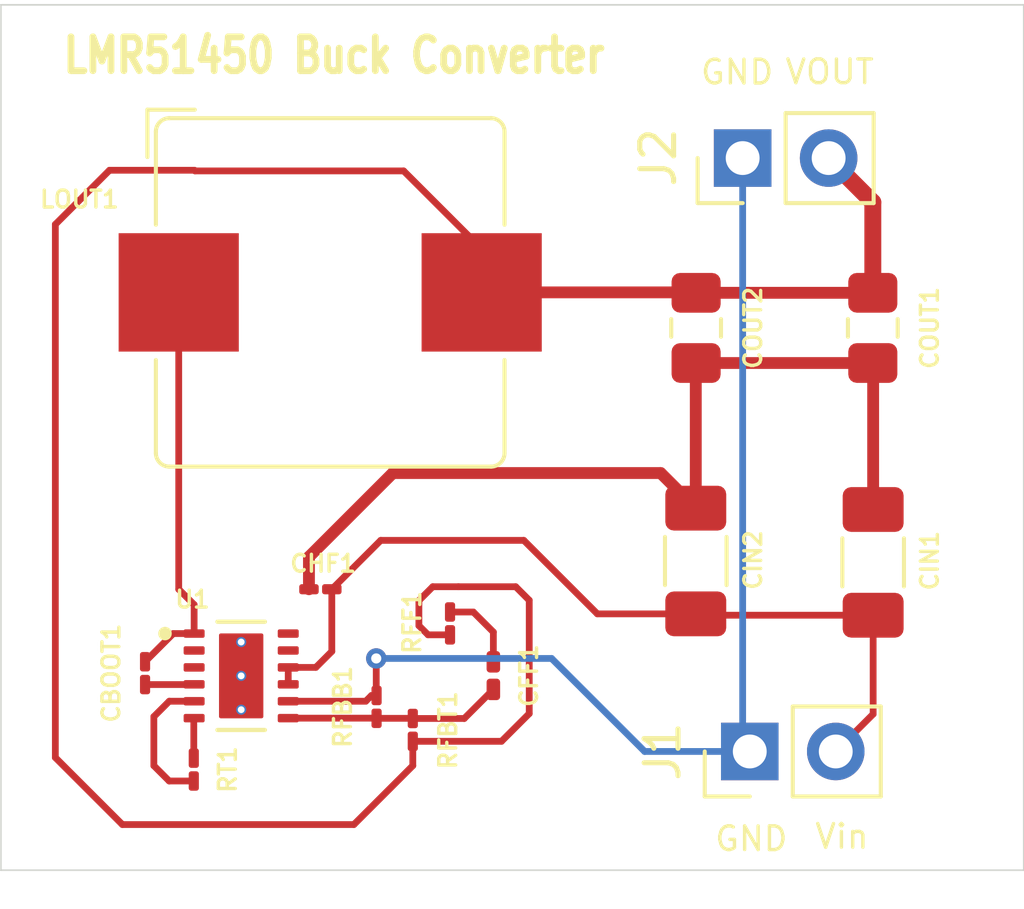
<source format=kicad_pcb>
(kicad_pcb (version 20240108) (generator "pcbnew") (generator_version "8.0")
  (layers (0 "F.Cu" signal) (31 "B.Cu" signal) (34 "B.Paste" user) (35 "F.Paste" user) (36 "B.SilkS" user "B.Silkscreen") (37 "F.SilkS" user "F.Silkscreen") (38 "B.Mask" user) (39 "F.Mask" user) (44 "Edge.Cuts" user))
  (net 0 "")
  (net 1 "Net-(U1-SW)")
  (net 2 "Net-(U1-BOOT)")
  (net 3 "Net-(U1-FB)")
  (net 4 "Net-(CFF1-Pad1)")
  (net 5 "/Vin (10-35V)")
  (net 6 "GNDPWR")
  (net 7 "/7.6V @ 4A")
  (net 8 "GND")
  (net 9 "Net-(U1-RT)")
  (footprint "Converter_DCDC:CONV_LMR51450SDRRR" (layer "F.Cu") (at 142.06 69.155)
    (property "Reference" "U1" (at -1.44 -2.26 0) (layer "F.SilkS") (effects (font (size 0.5 0.5) (thickness 0.1))))
    (property "Value" "LMR51450SDRRR")
    (fp_line (start -0.7 -1.6) (end 0.7 -1.6) (stroke (width 0.127)) (layer "F.SilkS"))
    (fp_line (start -0.7 1.6) (end 0.7 1.6) (stroke (width 0.127)) (layer "F.SilkS"))
    (fp_circle (center -2.25 -1.25) (end -2.15 -1.25) (stroke (width 0.2)) (fill none) (layer "F.SilkS"))
    (pad "1" smd roundrect (at -1.39 -1.25) (size 0.62 0.25) (layers "F.Cu" "F.Paste") (roundrect_rratio 0.2) (net 1 "Net-(U1-SW)"))
    (pad "2" smd roundrect (at -1.39 -0.75) (size 0.62 0.25) (layers "F.Cu" "F.Paste") (roundrect_rratio 0.2))
    (pad "3" smd roundrect (at -1.39 -0.25) (size 0.62 0.25) (layers "F.Cu" "F.Paste") (roundrect_rratio 0.2))
    (pad "4" smd roundrect (at -1.39 0.25) (size 0.62 0.25) (layers "F.Cu" "F.Paste") (roundrect_rratio 0.2) (net 2 "Net-(U1-BOOT)"))
    (pad "5" smd roundrect (at -1.39 0.75) (size 0.62 0.25) (layers "F.Cu" "F.Paste") (roundrect_rratio 0.2) (net 8 "GND"))
    (pad "6" smd roundrect (at -1.39 1.25) (size 0.62 0.25) (layers "F.Cu" "F.Paste") (roundrect_rratio 0.2) (net 9 "Net-(U1-RT)"))
    (pad "7" smd roundrect (at 1.39 1.25) (size 0.62 0.25) (layers "F.Cu" "F.Paste") (roundrect_rratio 0.2) (net 3 "Net-(U1-FB)"))
    (pad "8" smd roundrect (at 1.39 0.75) (size 0.62 0.25) (layers "F.Cu" "F.Paste") (roundrect_rratio 0.2) (net 8 "GND"))
    (pad "9" smd roundrect (at 1.39 0.25) (size 0.62 0.25) (layers "F.Cu" "F.Paste") (roundrect_rratio 0.2) (net 5 "/Vin (10-35V)"))
    (pad "10" smd roundrect (at 1.39 -0.25) (size 0.62 0.25) (layers "F.Cu" "F.Paste") (roundrect_rratio 0.2) (net 5 "/Vin (10-35V)"))
    (pad "11" smd roundrect (at 1.39 -0.75) (size 0.62 0.25) (layers "F.Cu" "F.Paste") (roundrect_rratio 0.2))
    (pad "12" smd roundrect (at 1.39 -1.25) (size 0.62 0.25) (layers "F.Cu" "F.Paste") (roundrect_rratio 0.2))
    (pad "13" smd custom (at 0 0) (size 0.5 0.5) (layers "F.Cu") (net 6 "GNDPWR") (options (clearance outline) (anchor rect)) (primitives (gr_poly (pts (xy -0.65 -1.2) (xy -0.65 1.2) (xy -0.65 1.203) (xy -0.65 1.205) (xy -0.649 1.208) (xy -0.649 1.21) (xy -0.648 1.213) (xy -0.648 1.215) (xy -0.647 1.218) (xy -0.646 1.22) (xy -0.645 1.223) (xy -0.643 1.225) (xy -0.642 1.227) (xy -0.64 1.229) (xy -0.639 1.231) (xy -0.637 1.233) (xy -0.635 1.235) (xy -0.633 1.237) (xy -0.631 1.239) (xy -0.629 1.24) (xy -0.627 1.242) (xy -0.625 1.243) (xy -0.623 1.245) (xy -0.62 1.246) (xy -0.618 1.247) (xy -0.615 1.248) (xy -0.613 1.248) (xy -0.61 1.249) (xy -0.608 1.249) (xy -0.605 1.25) (xy -0.603 1.25) (xy -0.6 1.25) (xy 0.6 1.25) (xy 0.603 1.25) (xy 0.605 1.25) (xy 0.608 1.249) (xy 0.61 1.249) (xy 0.613 1.248) (xy 0.615 1.248) (xy 0.618 1.247) (xy 0.62 1.246) (xy 0.623 1.245) (xy 0.625 1.243) (xy 0.627 1.242) (xy 0.629 1.24) (xy 0.631 1.239) (xy 0.633 1.237) (xy 0.635 1.235) (xy 0.637 1.233) (xy 0.639 1.231) (xy 0.64 1.229) (xy 0.642 1.227) (xy 0.643 1.225) (xy 0.645 1.223) (xy 0.646 1.22) (xy 0.647 1.218) (xy 0.648 1.215) (xy 0.648 1.213) (xy 0.649 1.21) (xy 0.649 1.208) (xy 0.65 1.205) (xy 0.65 1.203) (xy 0.65 1.2) (xy 0.65 -1.2) (xy 0.65 -1.203) (xy 0.65 -1.205) (xy 0.649 -1.208) (xy 0.649 -1.21) (xy 0.648 -1.213) (xy 0.648 -1.215) (xy 0.647 -1.218) (xy 0.646 -1.22) (xy 0.645 -1.223) (xy 0.643 -1.225) (xy 0.642 -1.227) (xy 0.64 -1.229) (xy 0.639 -1.231) (xy 0.637 -1.233) (xy 0.635 -1.235) (xy 0.633 -1.237) (xy 0.631 -1.239) (xy 0.629 -1.24) (xy 0.627 -1.242) (xy 0.625 -1.243) (xy 0.623 -1.245) (xy 0.62 -1.246) (xy 0.618 -1.247) (xy 0.615 -1.248) (xy 0.613 -1.248) (xy 0.61 -1.249) (xy 0.608 -1.249) (xy 0.605 -1.25) (xy 0.603 -1.25) (xy 0.6 -1.25) (xy -0.6 -1.25) (xy -0.603 -1.25) (xy -0.605 -1.25) (xy -0.608 -1.249) (xy -0.61 -1.249) (xy -0.613 -1.248) (xy -0.615 -1.248) (xy -0.618 -1.247) (xy -0.62 -1.246) (xy -0.623 -1.245) (xy -0.625 -1.243) (xy -0.627 -1.242) (xy -0.629 -1.24) (xy -0.631 -1.239) (xy -0.633 -1.237) (xy -0.635 -1.235) (xy -0.637 -1.233) (xy -0.639 -1.231) (xy -0.64 -1.229) (xy -0.642 -1.227) (xy -0.643 -1.225) (xy -0.645 -1.223) (xy -0.646 -1.22) (xy -0.647 -1.218) (xy -0.648 -1.215) (xy -0.648 -1.213) (xy -0.649 -1.21) (xy -0.649 -1.208) (xy -0.65 -1.205) (xy -0.65 -1.203) (xy -0.65 -1.2)) (width 0.01) (fill yes))))
    (pad "14" thru_hole circle (at 0 -1) (size 0.3 0.3) (drill 0.2) (layers "*.Cu"))
    (pad "15" thru_hole circle (at 0 0) (size 0.3 0.3) (drill 0.2) (layers "*.Cu"))
    (pad "16" thru_hole circle (at 0 1) (size 0.3 0.3) (drill 0.2) (layers "*.Cu"))
  )
  (footprint "Capacitor_SMD:C_0805_2012Metric_Pad1.18x1.45mm_HandSolder" (layer "F.Cu") (at 160.72 58.87 -90)
    (property "Reference" "COUT1" (at 0 -1.68 90) (layer "F.SilkS") (effects (font (size 0.5 0.5) (thickness 0.1))))
    (property "Value" "22u")
    (fp_line (start -0.261252 0.735) (end 0.261252 0.735) (stroke (width 0.12)) (layer "F.SilkS"))
    (fp_line (start -0.261252 -0.735) (end 0.261252 -0.735) (stroke (width 0.12)) (layer "F.SilkS"))
    (pad "1" smd roundrect (at -1.0375 0 270) (size 1.175 1.45) (layers "F.Cu" "F.Paste" "F.Mask") (roundrect_rratio 0.212766) (net 7 "/7.6V @ 4A"))
    (pad "2" smd roundrect (at 1.0375 0 270) (size 1.175 1.45) (layers "F.Cu" "F.Paste" "F.Mask") (roundrect_rratio 0.212766) (net 6 "GNDPWR"))
  )
  (footprint "Resistor_SMD:R_01005_0402Metric_Pad0.57x0.30mm_HandSolder" (layer "F.Cu") (at 147.13 70.7525 90)
    (property "Reference" "RFBT1" (at -0.01 1.04 270) (layer "F.SilkS") (effects (font (size 0.5 0.5) (thickness 0.1))))
    (property "Value" "100k")
    (pad "1" smd roundrect (at -0.3375 0 90) (size 0.575 0.3) (layers "F.Cu" "F.Mask") (net 7 "/7.6V @ 4A"))
    (pad "2" smd roundrect (at 0.3375 0 90) (size 0.575 0.3) (layers "F.Cu" "F.Mask") (net 3 "Net-(U1-FB)"))
  )
  (footprint "Connector_PinHeader_2.54mm:PinHeader_1x02_P2.54mm_Vertical" (layer "F.Cu") (at 157.085 71.39 90)
    (property "Reference" "J1" (at 0 -2.575 270) (layer "F.SilkS"))
    (property "Value" "Conn_01x02")
    (fp_line (start -1.33 -1.33) (end 0 -1.33) (stroke (width 0.12)) (layer "F.SilkS"))
    (fp_line (start -1.33 0) (end -1.33 -1.33) (stroke (width 0.12)) (layer "F.SilkS"))
    (fp_line (start 1.33 1.27) (end 1.33 3.87) (stroke (width 0.12)) (layer "F.SilkS"))
    (fp_line (start -1.33 1.27) (end 1.33 1.27) (stroke (width 0.12)) (layer "F.SilkS"))
    (fp_line (start -1.33 1.27) (end -1.33 3.87) (stroke (width 0.12)) (layer "F.SilkS"))
    (fp_line (start -1.33 3.87) (end 1.33 3.87) (stroke (width 0.12)) (layer "F.SilkS"))
    (pad "1" thru_hole rect (at 0 0 90) (size 1.7 1.7) (drill 1) (layers "*.Cu" "*.Mask") (net 8 "GND"))
    (pad "2" thru_hole oval (at 0 2.54 90) (size 1.7 1.7) (drill 1) (layers "*.Cu" "*.Mask") (net 5 "/Vin (10-35V)"))
  )
  (footprint "Inductor_SMD:L_Bourns_SRP1038C_10.0x10.0mm" (layer "F.Cu") (at 144.69 57.82)
    (property "Reference" "LOUT1" (at -7.41 -2.75 0) (layer "F.SilkS") (effects (font (size 0.5 0.5) (thickness 0.1))))
    (property "Value" "8.2u")
    (fp_line (start -5.4 -5.4) (end -5.4 -4) (stroke (width 0.12)) (layer "F.SilkS"))
    (fp_line (start -5.4 -5.4) (end -4 -5.4) (stroke (width 0.12)) (layer "F.SilkS"))
    (fp_line (start -5.15 -4.75) (end -5.15 -2) (stroke (width 0.12)) (layer "F.SilkS"))
    (fp_line (start -5.15 2) (end -5.15 4.75) (stroke (width 0.12)) (layer "F.SilkS"))
    (fp_line (start -4.75 -5.15) (end 4.75 -5.15) (stroke (width 0.12)) (layer "F.SilkS"))
    (fp_line (start 4.75 5.15) (end -4.75 5.15) (stroke (width 0.12)) (layer "F.SilkS"))
    (fp_line (start 5.15 -4.75) (end 5.15 -2) (stroke (width 0.12)) (layer "F.SilkS"))
    (fp_line (start 5.15 2) (end 5.15 4.75) (stroke (width 0.12)) (layer "F.SilkS"))
    (fp_arc (start -5.15 -4.75) (mid -5.032843 -5.032843) (end -4.75 -5.15) (stroke (width 0.12)) (layer "F.SilkS"))
    (fp_arc (start -4.75 5.15) (mid -5.032843 5.032843) (end -5.15 4.75) (stroke (width 0.12)) (layer "F.SilkS"))
    (fp_arc (start 4.75 -5.15) (mid 5.032843 -5.032843) (end 5.15 -4.75) (stroke (width 0.12)) (layer "F.SilkS"))
    (fp_arc (start 5.15 4.75) (mid 5.032843 5.032843) (end 4.75 5.15) (stroke (width 0.12)) (layer "F.SilkS"))
    (pad "1" smd rect (at -4.475 0) (size 3.55 3.5) (layers "F.Cu" "F.Paste" "F.Mask") (net 1 "Net-(U1-SW)"))
    (pad "2" smd rect (at 4.475 0) (size 3.55 3.5) (layers "F.Cu" "F.Paste" "F.Mask") (net 7 "/7.6V @ 4A"))
  )
  (footprint "Connector_PinHeader_2.54mm:PinHeader_1x02_P2.54mm_Vertical" (layer "F.Cu") (at 156.875 53.85 90)
    (property "Reference" "J2" (at 0.02 -2.495 270) (layer "F.SilkS"))
    (property "Value" "Conn_01x02")
    (fp_line (start -1.33 -1.33) (end 0 -1.33) (stroke (width 0.12)) (layer "F.SilkS"))
    (fp_line (start -1.33 0) (end -1.33 -1.33) (stroke (width 0.12)) (layer "F.SilkS"))
    (fp_line (start 1.33 1.27) (end 1.33 3.87) (stroke (width 0.12)) (layer "F.SilkS"))
    (fp_line (start -1.33 1.27) (end 1.33 1.27) (stroke (width 0.12)) (layer "F.SilkS"))
    (fp_line (start -1.33 1.27) (end -1.33 3.87) (stroke (width 0.12)) (layer "F.SilkS"))
    (fp_line (start -1.33 3.87) (end 1.33 3.87) (stroke (width 0.12)) (layer "F.SilkS"))
    (pad "1" thru_hole rect (at 0 0 90) (size 1.7 1.7) (drill 1) (layers "*.Cu" "*.Mask") (net 8 "GND"))
    (pad "2" thru_hole oval (at 0 2.54 90) (size 1.7 1.7) (drill 1) (layers "*.Cu" "*.Mask") (net 7 "/7.6V @ 4A"))
  )
  (footprint "Capacitor_SMD:C_0805_2012Metric_Pad1.18x1.45mm_HandSolder" (layer "F.Cu") (at 155.5 58.87 -90)
    (property "Reference" "COUT2" (at 0 -1.68 90) (layer "F.SilkS") (effects (font (size 0.5 0.5) (thickness 0.1))))
    (property "Value" "22u")
    (fp_line (start -0.261252 0.735) (end 0.261252 0.735) (stroke (width 0.12)) (layer "F.SilkS"))
    (fp_line (start -0.261252 -0.735) (end 0.261252 -0.735) (stroke (width 0.12)) (layer "F.SilkS"))
    (pad "1" smd roundrect (at -1.0375 0 270) (size 1.175 1.45) (layers "F.Cu" "F.Paste" "F.Mask") (roundrect_rratio 0.212766) (net 7 "/7.6V @ 4A"))
    (pad "2" smd roundrect (at 1.0375 0 270) (size 1.175 1.45) (layers "F.Cu" "F.Paste" "F.Mask") (roundrect_rratio 0.212766) (net 6 "GNDPWR"))
  )
  (footprint "Capacitor_SMD:C_0201_0603Metric_Pad0.64x0.40mm_HandSolder" (layer "F.Cu") (at 149.51 69.1475 -90)
    (property "Reference" "CFF1" (at 0 -1.05 -90) (layer "F.SilkS") (effects (font (size 0.5 0.5) (thickness 0.1))))
    (property "Value" "33p")
    (pad "1" smd roundrect (at -0.4075 0 270) (size 0.635 0.4) (layers "F.Cu" "F.Mask") (net 4 "Net-(CFF1-Pad1)"))
    (pad "2" smd roundrect (at 0.4075 0 270) (size 0.635 0.4) (layers "F.Cu" "F.Mask") (net 3 "Net-(U1-FB)"))
  )
  (footprint "Capacitor_SMD:C_1206_3216Metric_Pad1.33x1.80mm_HandSolder" (layer "F.Cu") (at 155.49 65.76 90)
    (property "Reference" "CIN2" (at 0.03 1.69 270) (layer "F.SilkS") (effects (font (size 0.5 0.5) (thickness 0.1))))
    (property "Value" "4.7u 50V")
    (fp_line (start -0.711252 -0.91) (end 0.711252 -0.91) (stroke (width 0.12)) (layer "F.SilkS"))
    (fp_line (start -0.711252 0.91) (end 0.711252 0.91) (stroke (width 0.12)) (layer "F.SilkS"))
    (pad "1" smd roundrect (at -1.5625 0 90) (size 1.325 1.8) (layers "F.Cu" "F.Paste" "F.Mask") (roundrect_rratio 0.188679) (net 5 "/Vin (10-35V)"))
    (pad "2" smd roundrect (at 1.5625 0 90) (size 1.325 1.8) (layers "F.Cu" "F.Paste" "F.Mask") (roundrect_rratio 0.188679) (net 6 "GNDPWR"))
  )
  (footprint "Resistor_SMD:R_01005_0402Metric_Pad0.57x0.30mm_HandSolder" (layer "F.Cu") (at 146.06 70.0725 90)
    (property "Reference" "RFBB1" (at 0 -1 270) (layer "F.SilkS") (effects (font (size 0.5 0.5) (thickness 0.1))))
    (property "Value" "11.7k")
    (pad "1" smd roundrect (at -0.3375 0 90) (size 0.575 0.3) (layers "F.Cu" "F.Mask") (net 3 "Net-(U1-FB)"))
    (pad "2" smd roundrect (at 0.3375 0 90) (size 0.575 0.3) (layers "F.Cu" "F.Mask") (net 8 "GND"))
  )
  (footprint "Capacitor_SMD:C_1206_3216Metric_Pad1.33x1.80mm_HandSolder" (layer "F.Cu") (at 160.73 65.8 90)
    (property "Reference" "CIN1" (at 0.05 1.67 270) (layer "F.SilkS") (effects (font (size 0.5 0.5) (thickness 0.1))))
    (property "Value" "4.7u 50V")
    (fp_line (start -0.711252 -0.91) (end 0.711252 -0.91) (stroke (width 0.12)) (layer "F.SilkS"))
    (fp_line (start -0.711252 0.91) (end 0.711252 0.91) (stroke (width 0.12)) (layer "F.SilkS"))
    (pad "1" smd roundrect (at -1.5625 0 90) (size 1.325 1.8) (layers "F.Cu" "F.Paste" "F.Mask") (roundrect_rratio 0.188679) (net 5 "/Vin (10-35V)"))
    (pad "2" smd roundrect (at 1.5625 0 90) (size 1.325 1.8) (layers "F.Cu" "F.Paste" "F.Mask") (roundrect_rratio 0.188679) (net 6 "GNDPWR"))
  )
  (footprint "Resistor_SMD:R_01005_0402Metric_Pad0.57x0.30mm_HandSolder" (layer "F.Cu") (at 140.66 71.925 -90)
    (property "Reference" "RT1" (at 0 -1 90) (layer "F.SilkS") (effects (font (size 0.5 0.5) (thickness 0.1))))
    (property "Value" "0R")
    (pad "1" smd roundrect (at -0.3375 0 270) (size 0.575 0.3) (layers "F.Cu" "F.Mask") (net 9 "Net-(U1-RT)"))
    (pad "2" smd roundrect (at 0.3375 0 270) (size 0.575 0.3) (layers "F.Cu" "F.Mask") (net 8 "GND"))
  )
  (footprint "Capacitor_SMD:C_01005_0402Metric_Pad0.57x0.30mm_HandSolder" (layer "F.Cu") (at 144.4 66.595 180)
    (property "Reference" "CHF1" (at -0.08 0.76 180) (layer "F.SilkS") (effects (font (size 0.5 0.5) (thickness 0.1))))
    (property "Value" "0.1u")
    (pad "1" smd roundrect (at -0.3375 0 180) (size 0.575 0.3) (layers "F.Cu" "F.Mask") (net 5 "/Vin (10-35V)"))
    (pad "2" smd roundrect (at 0.3375 0 180) (size 0.575 0.3) (layers "F.Cu" "F.Mask") (net 6 "GNDPWR"))
  )
  (footprint "Resistor_SMD:R_01005_0402Metric_Pad0.57x0.30mm_HandSolder" (layer "F.Cu") (at 148.23 67.605 90)
    (property "Reference" "RFF1" (at 0.025 -1.12 270) (layer "F.SilkS") (effects (font (size 0.5 0.5) (thickness 0.1))))
    (property "Value" "1k")
    (pad "1" smd roundrect (at -0.3375 0 90) (size 0.575 0.3) (layers "F.Cu" "F.Mask") (net 7 "/7.6V @ 4A"))
    (pad "2" smd roundrect (at 0.3375 0 90) (size 0.575 0.3) (layers "F.Cu" "F.Mask") (net 4 "Net-(CFF1-Pad1)"))
  )
  (footprint "Capacitor_SMD:C_01005_0402Metric_Pad0.57x0.30mm_HandSolder" (layer "F.Cu") (at 139.22 69.075 90)
    (property "Reference" "CBOOT1" (at 0 -1 270) (layer "F.SilkS") (effects (font (size 0.5 0.5) (thickness 0.1))))
    (property "Value" "0.1u 16V")
    (pad "1" smd roundrect (at -0.3375 0 90) (size 0.575 0.3) (layers "F.Cu" "F.Mask") (net 2 "Net-(U1-BOOT)"))
    (pad "2" smd roundrect (at 0.3375 0 90) (size 0.575 0.3) (layers "F.Cu" "F.Mask") (net 1 "Net-(U1-SW)"))
  )
  (gr_rect (start 134.96 49.32) (end 165.18 74.9) (stroke (width 0.05)) (fill none) (layer "Edge.Cuts"))
  (gr_text "GND" (at 156 74.38 0) (layer "F.SilkS") (effects (font (size 0.7 0.7) (thickness 0.1)) (justify left bottom)))
  (gr_text "VOUT" (at 158.08 51.71 0) (layer "F.SilkS") (effects (font (size 0.7 0.7) (thickness 0.1)) (justify left bottom)))
  (gr_text "GND" (at 155.58 51.72 0) (layer "F.SilkS") (effects (font (size 0.7 0.7) (thickness 0.1)) (justify left bottom)))
  (gr_text "Vin" (at 158.96 74.31 0) (layer "F.SilkS") (effects (font (size 0.7 0.7) (thickness 0.1)) (justify left bottom)))
  (gr_text "LMR51450 Buck Converter" (at 136.71 51.4 0) (layer "F.SilkS") (effects (font (size 1 0.8) (thickness 0.2) (bold yes)) (justify left bottom)))
  (segment (start 139.22 68.7375) (end 140.0525 67.905) (width 0.2) (layer "F.Cu") (net 1))
  (segment (start 140.215 57.82) (end 140.215 66.595) (width 0.2) (layer "F.Cu") (net 1))
  (segment (start 140.67 67.05) (end 140.67 67.905) (width 0.2) (layer "F.Cu") (net 1))
  (segment (start 140.0525 67.905) (end 140.67 67.905) (width 0.2) (layer "F.Cu") (net 1))
  (segment (start 140.215 66.595) (end 140.67 67.05) (width 0.2) (layer "F.Cu") (net 1))
  (segment (start 139.22 69.4125) (end 140.6625 69.4125) (width 0.2) (layer "F.Cu") (net 2))
  (segment (start 140.6625 69.4125) (end 140.67 69.405) (width 0.2) (layer "F.Cu") (net 2))
  (segment (start 146.06 70.41) (end 147.125 70.41) (width 0.2) (layer "F.Cu") (net 3))
  (segment (start 147.125 70.41) (end 147.13 70.415) (width 0.2) (layer "F.Cu") (net 3))
  (segment (start 149.51 69.555) (end 148.65 70.415) (width 0.2) (layer "F.Cu") (net 3))
  (segment (start 146.03 70.41) (end 146.025 70.405) (width 0.2) (layer "F.Cu") (net 3))
  (segment (start 148.65 70.415) (end 147.13 70.415) (width 0.2) (layer "F.Cu") (net 3))
  (segment (start 146.025 70.405) (end 143.45 70.405) (width 0.2) (layer "F.Cu") (net 3))
  (segment (start 146.06 70.41) (end 146.03 70.41) (width 0.2) (layer "F.Cu") (net 3))
  (segment (start 148.23 67.2675) (end 148.9175 67.2675) (width 0.2) (layer "F.Cu") (net 4))
  (segment (start 148.9175 67.2675) (end 149.51 67.86) (width 0.2) (layer "F.Cu") (net 4))
  (segment (start 149.51 67.86) (end 149.51 68.74) (width 0.2) (layer "F.Cu") (net 4))
  (segment (start 146.1825 65.15) (end 150.41 65.15) (width 0.2) (layer "F.Cu") (net 5))
  (segment (start 155.53 67.3625) (end 155.49 67.3225) (width 0.2) (layer "F.Cu") (net 5))
  (segment (start 160.73 70.285) (end 160.73 67.3625) (width 0.2) (layer "F.Cu") (net 5))
  (segment (start 159.625 71.39) (end 160.73 70.285) (width 0.2) (layer "F.Cu") (net 5))
  (segment (start 152.5825 67.3225) (end 155.49 67.3225) (width 0.2) (layer "F.Cu") (net 5))
  (segment (start 144.265 68.905) (end 143.45 68.905) (width 0.2) (layer "F.Cu") (net 5))
  (segment (start 144.7375 68.4325) (end 144.265 68.905) (width 0.2) (layer "F.Cu") (net 5))
  (segment (start 160.73 67.3625) (end 155.53 67.3625) (width 0.2) (layer "F.Cu") (net 5))
  (segment (start 143.45 68.905) (end 143.45 69.405) (width 0.2) (layer "F.Cu") (net 5))
  (segment (start 144.7375 66.595) (end 146.1825 65.15) (width 0.2) (layer "F.Cu") (net 5))
  (segment (start 144.7375 66.595) (end 144.7375 68.4325) (width 0.2) (layer "F.Cu") (net 5))
  (segment (start 150.41 65.15) (end 152.5825 67.3225) (width 0.2) (layer "F.Cu") (net 5))
  (segment (start 155.5 59.9075) (end 160.72 59.9075) (width 0.35) (layer "F.Cu") (net 6))
  (segment (start 155.49 59.9175) (end 155.5 59.9075) (width 0.35) (layer "F.Cu") (net 6))
  (segment (start 144.0625 65.6375) (end 144.0625 66.595) (width 0.35) (layer "F.Cu") (net 6))
  (segment (start 160.73 59.9175) (end 160.72 59.9075) (width 0.35) (layer "F.Cu") (net 6))
  (segment (start 155.49 64.1975) (end 154.4525 63.16) (width 0.35) (layer "F.Cu") (net 6))
  (segment (start 160.73 64.2375) (end 160.73 59.9175) (width 0.35) (layer "F.Cu") (net 6))
  (segment (start 146.54 63.16) (end 144.0625 65.6375) (width 0.35) (layer "F.Cu") (net 6))
  (segment (start 155.49 64.1975) (end 155.49 59.9175) (width 0.35) (layer "F.Cu") (net 6))
  (segment (start 154.4525 63.16) (end 146.54 63.16) (width 0.35) (layer "F.Cu") (net 6))
  (segment (start 148.48 66.52) (end 147.72 66.52) (width 0.2) (layer "F.Cu") (net 7))
  (segment (start 155.4875 57.82) (end 155.5 57.8325) (width 0.35) (layer "F.Cu") (net 7))
  (segment (start 147.5825 67.9425) (end 148.23 67.9425) (width 0.2) (layer "F.Cu") (net 7))
  (segment (start 145.39 73.55) (end 147.13 71.81) (width 0.2) (layer "F.Cu") (net 7))
  (segment (start 136.57 55.81) (end 136.57 71.57) (width 0.2) (layer "F.Cu") (net 7))
  (segment (start 147.31 66.93) (end 147.31 67.67) (width 0.2) (layer "F.Cu") (net 7))
  (segment (start 140.68 54.21) (end 138.17 54.21) (width 0.2) (layer "F.Cu") (net 7))
  (segment (start 150.57 66.92) (end 150.17 66.52) (width 0.2) (layer "F.Cu") (net 7))
  (segment (start 160.72 57.8325) (end 160.72 55.155) (width 0.5) (layer "F.Cu") (net 7))
  (segment (start 146.86 54.23) (end 140.7 54.23) (width 0.2) (layer "F.Cu") (net 7))
  (segment (start 160.72 55.155) (end 159.415 53.85) (width 0.5) (layer "F.Cu") (net 7))
  (segment (start 149.75 71.09) (end 150.57 70.27) (width 0.2) (layer "F.Cu") (net 7))
  (segment (start 147.13 71.81) (end 147.13 71.09) (width 0.2) (layer "F.Cu") (net 7))
  (segment (start 140.7 54.23) (end 140.68 54.21) (width 0.2) (layer "F.Cu") (net 7))
  (segment (start 149.165 57.82) (end 155.4875 57.82) (width 0.35) (layer "F.Cu") (net 7))
  (segment (start 149.165 56.535) (end 146.86 54.23) (width 0.2) (layer "F.Cu") (net 7))
  (segment (start 149.165 57.82) (end 149.165 56.535) (width 0.2) (layer "F.Cu") (net 7))
  (segment (start 147.13 71.09) (end 149.75 71.09) (width 0.2) (layer "F.Cu") (net 7))
  (segment (start 138.17 54.21) (end 136.57 55.81) (width 0.2) (layer "F.Cu") (net 7))
  (segment (start 138.55 73.55) (end 145.39 73.55) (width 0.2) (layer "F.Cu") (net 7))
  (segment (start 150.57 70.27) (end 150.57 66.92) (width 0.2) (layer "F.Cu") (net 7))
  (segment (start 147.72 66.52) (end 147.31 66.93) (width 0.2) (layer "F.Cu") (net 7))
  (segment (start 136.57 71.57) (end 138.55 73.55) (width 0.2) (layer "F.Cu") (net 7))
  (segment (start 147.31 67.67) (end 147.5825 67.9425) (width 0.2) (layer "F.Cu") (net 7))
  (segment (start 155.5 57.8325) (end 160.72 57.8325) (width 0.35) (layer "F.Cu") (net 7))
  (segment (start 150.17 66.52) (end 148.48 66.52) (width 0.2) (layer "F.Cu") (net 7))
  (segment (start 139.48 71.81) (end 139.9325 72.2625) (width 0.2) (layer "F.Cu") (net 8))
  (segment (start 139.935 69.905) (end 139.48 70.36) (width 0.2) (layer "F.Cu") (net 8))
  (segment (start 145.740001 69.905) (end 143.45 69.905) (width 0.2) (layer "F.Cu") (net 8))
  (segment (start 146.05 68.64) (end 146.05 69.725) (width 0.2) (layer "F.Cu") (net 8))
  (segment (start 145.910001 69.735) (end 145.740001 69.905) (width 0.2) (layer "F.Cu") (net 8))
  (segment (start 140.67 69.905) (end 139.935 69.905) (width 0.2) (layer "F.Cu") (net 8))
  (segment (start 140.6575 72.26) (end 140.66 72.2625) (width 0.2) (layer "F.Cu") (net 8))
  (segment (start 139.9325 72.2625) (end 140.66 72.2625) (width 0.2) (layer "F.Cu") (net 8))
  (segment (start 139.48 70.36) (end 139.48 71.81) (width 0.2) (layer "F.Cu") (net 8))
  (segment (start 146.06 69.735) (end 145.910001 69.735) (width 0.2) (layer "F.Cu") (net 8))
  (segment (start 146.05 69.725) (end 146.06 69.735) (width 0.2) (layer "F.Cu") (net 8))
  (via (at 146.05 68.64) (size 0.6) (drill 0.3) (layers "F.Cu" "B.Cu") (net 8))
  (segment (start 153.98 71.39) (end 151.23 68.64) (width 0.2) (layer "B.Cu") (net 8))
  (segment (start 151.23 68.64) (end 146.05 68.64) (width 0.2) (layer "B.Cu") (net 8))
  (segment (start 156.875 71.18) (end 157.085 71.39) (width 0.2) (layer "B.Cu") (net 8))
  (segment (start 156.875 53.85) (end 156.875 71.18) (width 0.2) (layer "B.Cu") (net 8))
  (segment (start 157.085 71.39) (end 153.98 71.39) (width 0.2) (layer "B.Cu") (net 8))
  (segment (start 140.66 71.5875) (end 140.66 70.415) (width 0.2) (layer "F.Cu") (net 9))
  (segment (start 140.66 70.415) (end 140.67 70.405) (width 0.2) (layer "F.Cu") (net 9))
)
</source>
